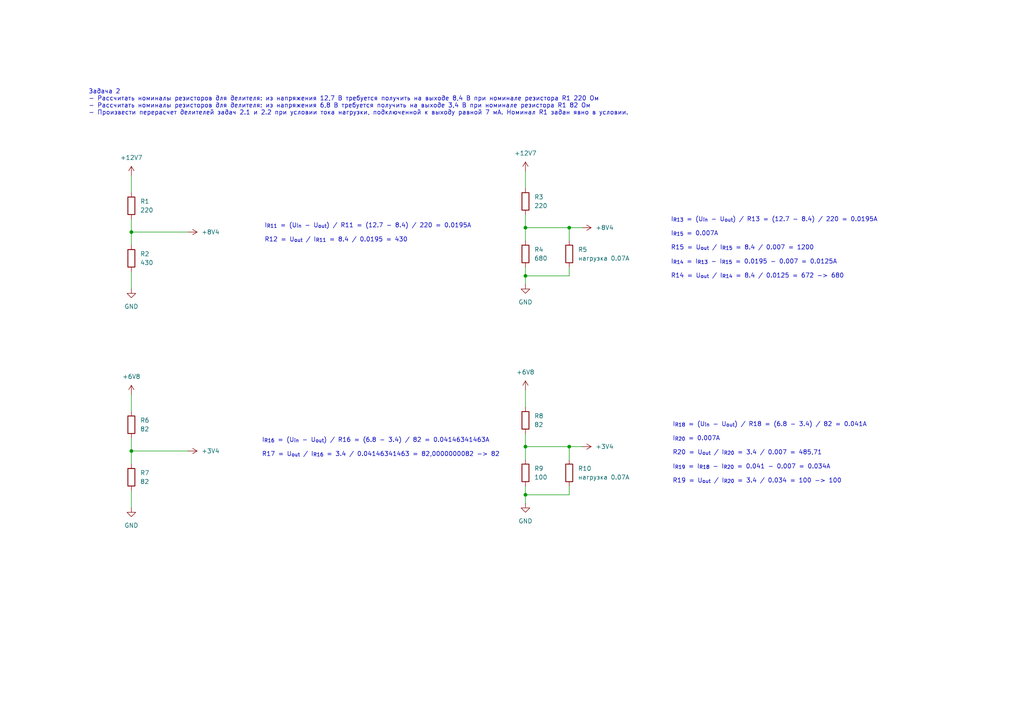
<source format=kicad_sch>
(kicad_sch (version 20231120) (generator "eeschema") (generator_version "8.0")
  (paper "A4")
  (lib_symbols
    (symbol "Device:R" (pin_numbers hide) (pin_names (offset 0))
      (property "Reference" "R" (at 2.032 0 90))
      (property "Value" "R" (at 0 0 90))
      (symbol "R_0_1"
        (rectangle (start -1.016 -2.54) (end 1.016 2.54) (stroke (width 0.254)))
      )
      (symbol "R_1_1"
        (pin passive line (at 0 3.81 270) (length 1.27) (name "~") (number "1"))
        (pin passive line (at 0 -3.81 90) (length 1.27) (name "~") (number "2"))
      )
    )
    (symbol "power:+3.3V" (power) (pin_numbers hide) (pin_names (offset 0) hide)
      (property "Value" "+3.3V" (at 0 3.556 0))
      (symbol "+3.3V_0_1"
        (polyline (pts (xy -0.762 1.27) (xy 0 2.54)))
        (polyline (pts (xy 0 0) (xy 0 2.54)))
        (polyline (pts (xy 0 2.54) (xy 0.762 1.27)))
      )
      (symbol "+3.3V_1_1"
        (pin power_in line (at 0 0 90) (length 0) (name "~") (number "1"))
      )
    )
    (symbol "power:GND" (power) (pin_numbers hide) (pin_names (offset 0) hide)
      (property "Value" "GND" (at 0 -3.81 0))
      (symbol "GND_0_1"
        (polyline (pts (xy 0 0) (xy 0 -1.27) (xy 1.27 -1.27) (xy 0 -2.54) (xy -1.27 -1.27) (xy 0 -1.27)))
      )
      (symbol "GND_1_1"
        (pin power_in line (at 0 0 270) (length 0) (name "~") (number "1"))
      )
    )
  )
  (junction (at 38.1 67.31))
  (junction (at 165.1 66.04))
  (junction (at 38.1 130.81))
  (junction (at 152.4 143.51))
  (junction (at 152.4 80.01))
  (junction (at 165.1 129.54))
  (junction (at 152.4 129.54))
  (junction (at 152.4 66.04))
  (wire (pts (xy 152.4 80.01) (xy 152.4 82.55)))
  (wire (pts (xy 38.1 142.24) (xy 38.1 147.32)))
  (wire (pts (xy 152.4 140.97) (xy 152.4 143.51)))
  (wire (pts (xy 152.4 113.03) (xy 152.4 118.11)))
  (wire (pts (xy 152.4 143.51) (xy 152.4 146.05)))
  (wire (pts (xy 165.1 66.04) (xy 165.1 69.85)))
  (wire (pts (xy 38.1 67.31) (xy 54.61 67.31)))
  (wire (pts (xy 38.1 50.8) (xy 38.1 55.88)))
  (wire (pts (xy 152.4 133.35) (xy 152.4 129.54)))
  (wire (pts (xy 165.1 77.47) (xy 165.1 80.01)))
  (wire (pts (xy 165.1 80.01) (xy 152.4 80.01)))
  (wire (pts (xy 152.4 62.23) (xy 152.4 66.04)))
  (wire (pts (xy 152.4 69.85) (xy 152.4 66.04)))
  (wire (pts (xy 38.1 114.3) (xy 38.1 119.38)))
  (wire (pts (xy 165.1 129.54) (xy 168.91 129.54)))
  (wire (pts (xy 152.4 77.47) (xy 152.4 80.01)))
  (wire (pts (xy 38.1 71.12) (xy 38.1 67.31)))
  (wire (pts (xy 165.1 66.04) (xy 168.91 66.04)))
  (wire (pts (xy 165.1 129.54) (xy 165.1 133.35)))
  (wire (pts (xy 165.1 140.97) (xy 165.1 143.51)))
  (wire (pts (xy 38.1 78.74) (xy 38.1 83.82)))
  (wire (pts (xy 165.1 143.51) (xy 152.4 143.51)))
  (wire (pts (xy 38.1 63.5) (xy 38.1 67.31)))
  (wire (pts (xy 38.1 127) (xy 38.1 130.81)))
  (wire (pts (xy 38.1 130.81) (xy 54.61 130.81)))
  (wire (pts (xy 152.4 49.53) (xy 152.4 54.61)))
  (wire (pts (xy 152.4 125.73) (xy 152.4 129.54)))
  (wire (pts (xy 38.1 134.62) (xy 38.1 130.81)))
  (wire (pts (xy 152.4 129.54) (xy 165.1 129.54)))
  (wire (pts (xy 152.4 66.04) (xy 165.1 66.04)))
  (text "I_{R16} = (U_{in} - U_{out}) / R16 = (6.8 - 3.4) / 82 = 0.04146341463A\n\nR17 = U_{out} / I_{R16} = 3.4 / 0.04146341463 = 82,0000000082 -> 82" (at 75.946 127 0) (effects (font (size 1.27 1.27)) (justify left top)))
  (text "I_{R13} = (U_{in} - U_{out}) / R13 = (12.7 - 8.4) / 220 = 0.0195A\n\nI_{R15} = 0.007A\n\nR15 = U_{out} / I_{R15} = 8.4 / 0.007 = 1200\n\nI_{R14} = I_{R13} - I_{R15} = 0.0195 - 0.007 = 0.0125A\n\nR14 = U_{out} / I_{R14} = 8.4 / 0.0125 = 672 -> 680" (at 194.564 62.992 0) (effects (font (size 1.27 1.27)) (justify left top)))
  (text "I_{R18} = (U_{in} - U_{out}) / R18 = (6.8 - 3.4) / 82 = 0.041A\n\nI_{R20} = 0.007A\n\nR20 = U_{out} / I_{R20} = 3.4 / 0.007 = 485,71\n\nI_{R19} = I_{R18} - I_{R20} = 0.041 - 0.007 = 0.034A\n\nR19 = U_{out} / I_{R20} = 3.4 / 0.034 = 100 -> 100" (at 195.072 122.428 0) (effects (font (size 1.27 1.27)) (justify left top)))
  (text "I_{R11} = (U_{in} - U_{out}) / R11 = (12.7 - 8.4) / 220 = 0.0195A\n\nR12 = U_{out} / I_{R11} = 8.4 / 0.0195 = 430" (at 76.708 64.77 0) (effects (font (size 1.27 1.27)) (justify left top)))
  (text "Задача 2\n- Рассчитать номиналы резисторов для делителя: из напряжения 12,7 В требуется получить на выходе 8,4 В при номинале резистора R1 220 Ом\n- Рассчитать номиналы резисторов для делителя: из напряжения 6,8 В требуется получить на выходе 3,4 В при номинале резистора R1 82 Ом\n- Произвести перерасчет делителей задач 2.1 и 2.2 при условии тока нагрузки, подключенной к выходу равной 7 мА. Номинал R1 задан явно в условии.\n" (at 25.654 25.908 0) (effects (font (size 1.27 1.27)) (justify left top)))
  (symbol (lib_id "Device:R") (at 38.1 138.43 0) (unit 1)
    (property "Reference" "R7" (at 40.64 137.1599 0) (effects (justify left)))
    (property "Value" "82" (at 40.64 139.6999 0) (effects (justify left)))
    (property "Description" "Resistor" (effects (hide yes)))
  )
  (symbol (lib_id "power:GND") (at 152.4 82.55 0) (unit 1)
    (property "Reference" "#PWR08" (effects (hide yes)))
    (property "Value" "GND" (at 152.4 87.63 0))
    (property "Description" "Power symbol creates a global label with name \"GND\" , ground" (effects (hide yes)))
  )
  (symbol (lib_id "power:+3.3V") (at 168.91 129.54 270) (unit 1)
    (property "Reference" "#PWR012" (effects (hide yes)))
    (property "Value" "+3V4" (at 172.72 129.5399 90) (effects (justify left)))
    (property "Description" "Power symbol creates a global label with name \"+3.3V\"" (effects (hide yes)))
  )
  (symbol (lib_id "Device:R") (at 165.1 73.66 0) (unit 1)
    (property "Reference" "R5" (at 167.64 72.3899 0) (effects (justify left)))
    (property "Value" "нагрузка 0.07A" (at 167.64 74.9299 0) (effects (justify left)))
    (property "Description" "Resistor" (effects (hide yes)))
  )
  (symbol (lib_id "power:+3.3V") (at 38.1 114.3 0) (unit 1)
    (property "Reference" "#PWR03" (effects (hide yes)))
    (property "Value" "+6V8" (at 38.1 109.22 0))
    (property "Description" "Power symbol creates a global label with name \"+3.3V\"" (effects (hide yes)))
  )
  (symbol (lib_id "power:GND") (at 38.1 147.32 0) (unit 1)
    (property "Reference" "#PWR04" (effects (hide yes)))
    (property "Value" "GND" (at 38.1 152.4 0))
    (property "Description" "Power symbol creates a global label with name \"GND\" , ground" (effects (hide yes)))
  )
  (symbol (lib_id "power:+3.3V") (at 38.1 50.8 0) (unit 1)
    (property "Reference" "#PWR01" (effects (hide yes)))
    (property "Value" "+12V7" (at 38.1 45.72 0))
    (property "Description" "Power symbol creates a global label with name \"+3.3V\"" (effects (hide yes)))
  )
  (symbol (lib_id "power:GND") (at 152.4 146.05 0) (unit 1)
    (property "Reference" "#PWR010" (effects (hide yes)))
    (property "Value" "GND" (at 152.4 151.13 0))
    (property "Description" "Power symbol creates a global label with name \"GND\" , ground" (effects (hide yes)))
  )
  (symbol (lib_id "Device:R") (at 152.4 58.42 0) (unit 1)
    (property "Reference" "R3" (at 154.94 57.1499 0) (effects (justify left)))
    (property "Value" "220" (at 154.94 59.6899 0) (effects (justify left)))
    (property "Description" "Resistor" (effects (hide yes)))
  )
  (symbol (lib_id "Device:R") (at 38.1 59.69 0) (unit 1)
    (property "Reference" "R1" (at 40.64 58.4199 0) (effects (justify left)))
    (property "Value" "220" (at 40.64 60.9599 0) (effects (justify left)))
    (property "Description" "Resistor" (effects (hide yes)))
  )
  (symbol (lib_id "Device:R") (at 165.1 137.16 0) (unit 1)
    (property "Reference" "R10" (at 167.64 135.8899 0) (effects (justify left)))
    (property "Value" "нагрузка 0.07A" (at 167.64 138.4299 0) (effects (justify left)))
    (property "Description" "Resistor" (effects (hide yes)))
  )
  (symbol (lib_id "power:+3.3V") (at 54.61 130.81 270) (unit 1)
    (property "Reference" "#PWR06" (effects (hide yes)))
    (property "Value" "+3V4" (at 58.42 130.8099 90) (effects (justify left)))
    (property "Description" "Power symbol creates a global label with name \"+3.3V\"" (effects (hide yes)))
  )
  (symbol (lib_id "Device:R") (at 38.1 74.93 0) (unit 1)
    (property "Reference" "R2" (at 40.64 73.6599 0) (effects (justify left)))
    (property "Value" "430" (at 40.64 76.1999 0) (effects (justify left)))
    (property "Description" "Resistor" (effects (hide yes)))
  )
  (symbol (lib_id "Device:R") (at 152.4 121.92 0) (unit 1)
    (property "Reference" "R8" (at 154.94 120.6499 0) (effects (justify left)))
    (property "Value" "82" (at 154.94 123.1899 0) (effects (justify left)))
    (property "Description" "Resistor" (effects (hide yes)))
  )
  (symbol (lib_id "power:+3.3V") (at 152.4 49.53 0) (unit 1)
    (property "Reference" "#PWR07" (effects (hide yes)))
    (property "Value" "+12V7" (at 152.4 44.45 0))
    (property "Description" "Power symbol creates a global label with name \"+3.3V\"" (effects (hide yes)))
  )
  (symbol (lib_id "power:+3.3V") (at 152.4 113.03 0) (unit 1)
    (property "Reference" "#PWR09" (effects (hide yes)))
    (property "Value" "+6V8" (at 152.4 107.95 0))
    (property "Description" "Power symbol creates a global label with name \"+3.3V\"" (effects (hide yes)))
  )
  (symbol (lib_id "Device:R") (at 152.4 73.66 0) (unit 1)
    (property "Reference" "R4" (at 154.94 72.3899 0) (effects (justify left)))
    (property "Value" "680" (at 154.94 74.9299 0) (effects (justify left)))
    (property "Description" "Resistor" (effects (hide yes)))
  )
  (symbol (lib_id "power:+3.3V") (at 54.61 67.31 270) (unit 1)
    (property "Reference" "#PWR05" (effects (hide yes)))
    (property "Value" "+8V4" (at 58.42 67.3099 90) (effects (justify left)))
    (property "Description" "Power symbol creates a global label with name \"+3.3V\"" (effects (hide yes)))
  )
  (symbol (lib_id "power:GND") (at 38.1 83.82 0) (unit 1)
    (property "Reference" "#PWR02" (effects (hide yes)))
    (property "Value" "GND" (at 38.1 88.9 0))
    (property "Description" "Power symbol creates a global label with name \"GND\" , ground" (effects (hide yes)))
  )
  (symbol (lib_id "power:+3.3V") (at 168.91 66.04 270) (unit 1)
    (property "Reference" "#PWR011" (effects (hide yes)))
    (property "Value" "+8V4" (at 172.72 66.0399 90) (effects (justify left)))
    (property "Description" "Power symbol creates a global label with name \"+3.3V\"" (effects (hide yes)))
  )
  (symbol (lib_id "Device:R") (at 38.1 123.19 0) (unit 1)
    (property "Reference" "R6" (at 40.64 121.9199 0) (effects (justify left)))
    (property "Value" "82" (at 40.64 124.4599 0) (effects (justify left)))
    (property "Description" "Resistor" (effects (hide yes)))
  )
  (symbol (lib_id "Device:R") (at 152.4 137.16 0) (unit 1)
    (property "Reference" "R9" (at 154.94 135.8899 0) (effects (justify left)))
    (property "Value" "100" (at 154.94 138.4299 0) (effects (justify left)))
    (property "Description" "Resistor" (effects (hide yes)))
  )
)
</source>
